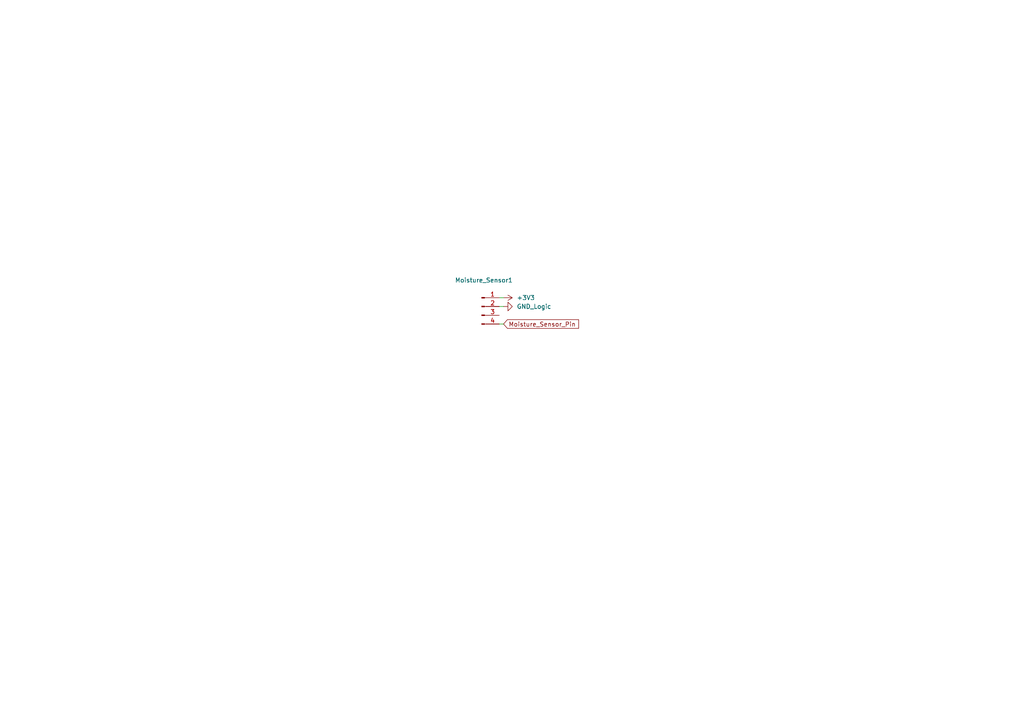
<source format=kicad_sch>
(kicad_sch (version 20231120) (generator "eeschema") (generator_version "8.0")
  (paper "A4")
  (lib_symbols
    (symbol "Connector:Conn_01x04_Male" (pin_names (offset 1.016) hide)
      (property "Reference" "J" (at 0 5.08 0))
      (property "Value" "Conn_01x04_Male" (at 0 -7.62 0))
      (symbol "Conn_01x04_Male_1_1"
        (polyline (pts (xy 1.27 -5.08) (xy 0.8636 -5.08)) (stroke (width 0.1524)))
        (polyline (pts (xy 1.27 -2.54) (xy 0.8636 -2.54)) (stroke (width 0.1524)))
        (polyline (pts (xy 1.27 0) (xy 0.8636 0)) (stroke (width 0.1524)))
        (polyline (pts (xy 1.27 2.54) (xy 0.8636 2.54)) (stroke (width 0.1524)))
        (rectangle (start 0.8636 -4.953) (end 0 -5.207) (stroke (width 0.1524)) (fill (type outline)))
        (rectangle (start 0.8636 -2.413) (end 0 -2.667) (stroke (width 0.1524)) (fill (type outline)))
        (rectangle (start 0.8636 0.127) (end 0 -0.127) (stroke (width 0.1524)) (fill (type outline)))
        (rectangle (start 0.8636 2.667) (end 0 2.413) (stroke (width 0.1524)) (fill (type outline)))
        (pin passive line (at 5.08 2.54 180) (length 3.81) (name "Pin_1") (number "1"))
        (pin passive line (at 5.08 0 180) (length 3.81) (name "Pin_2") (number "2"))
        (pin passive line (at 5.08 -2.54 180) (length 3.81) (name "Pin_3") (number "3"))
        (pin passive line (at 5.08 -5.08 180) (length 3.81) (name "Pin_4") (number "4"))
      )
    )
    (symbol "power:+3V3" (power) (pin_names (offset 0))
      (property "Value" "+3V3" (at 0 3.556 0))
      (symbol "+3V3_0_1"
        (polyline (pts (xy -0.762 1.27) (xy 0 2.54)))
        (polyline (pts (xy 0 0) (xy 0 2.54)))
        (polyline (pts (xy 0 2.54) (xy 0.762 1.27)))
      )
      (symbol "+3V3_1_1"
        (pin power_in line (at 0 0 90) (length 0) hide (name "+3V3") (number "1"))
      )
    )
    (symbol "power:GND" (power) (pin_names (offset 0))
      (property "Value" "GND" (at 0 -3.81 0))
      (symbol "GND_0_1"
        (polyline (pts (xy 0 0) (xy 0 -1.27) (xy 1.27 -1.27) (xy 0 -2.54) (xy -1.27 -1.27) (xy 0 -1.27)))
      )
      (symbol "GND_1_1"
        (pin power_in line (at 0 0 270) (length 0) hide (name "GND") (number "1"))
      )
    )
  )
  (wire (pts (xy 144.78 93.98) (xy 146.05 93.98)))
  (wire (pts (xy 144.78 86.36) (xy 146.05 86.36)))
  (wire (pts (xy 144.78 88.9) (xy 146.05 88.9)))
  (global_label "Moisture_Sensor_Pin" (shape input) (at 146.05 93.98 0) (property "Intersheetrefs" "${INTERSHEET_REFS}" (effects (hide yes))))
  (symbol (lib_id "power:GND") (at 146.05 88.9 90) (unit 1)
    (property "Reference" "#PWR22" (effects (hide yes)))
    (property "Value" "GND_Logic" (at 149.86 88.8999 90) (effects (justify right)))
    (property "Description" "Power symbol creates a global label with name \"GND\" , ground" (effects (hide yes)))
  )
  (symbol (lib_id "Connector:Conn_01x04_Male") (at 139.7 88.9 0) (unit 1)
    (property "Reference" "Moisture_Sensor1" (at 140.335 81.28 0))
    (property "Value" "Moisture_Sensor" (effects (hide yes)))
    (property "Footprint" "Connector_PinHeader_2.54mm:PinHeader_1x04_P2.54mm_Vertical" (effects (hide yes)))
    (property "Description" "Generic connector, single row, 01x04, script generated (kicad-library-utils/schlib/autogen/connector/)" (effects (hide yes)))
  )
  (symbol (lib_id "power:+3V3") (at 146.05 86.36 270) (unit 1)
    (property "Reference" "#PWR21" (effects (hide yes)))
    (property "Value" "+3V3" (at 149.86 86.3599 90) (effects (justify left)))
    (property "Description" "Power symbol creates a global label with name \"+3V3\"" (effects (hide yes)))
  )
)
</source>
